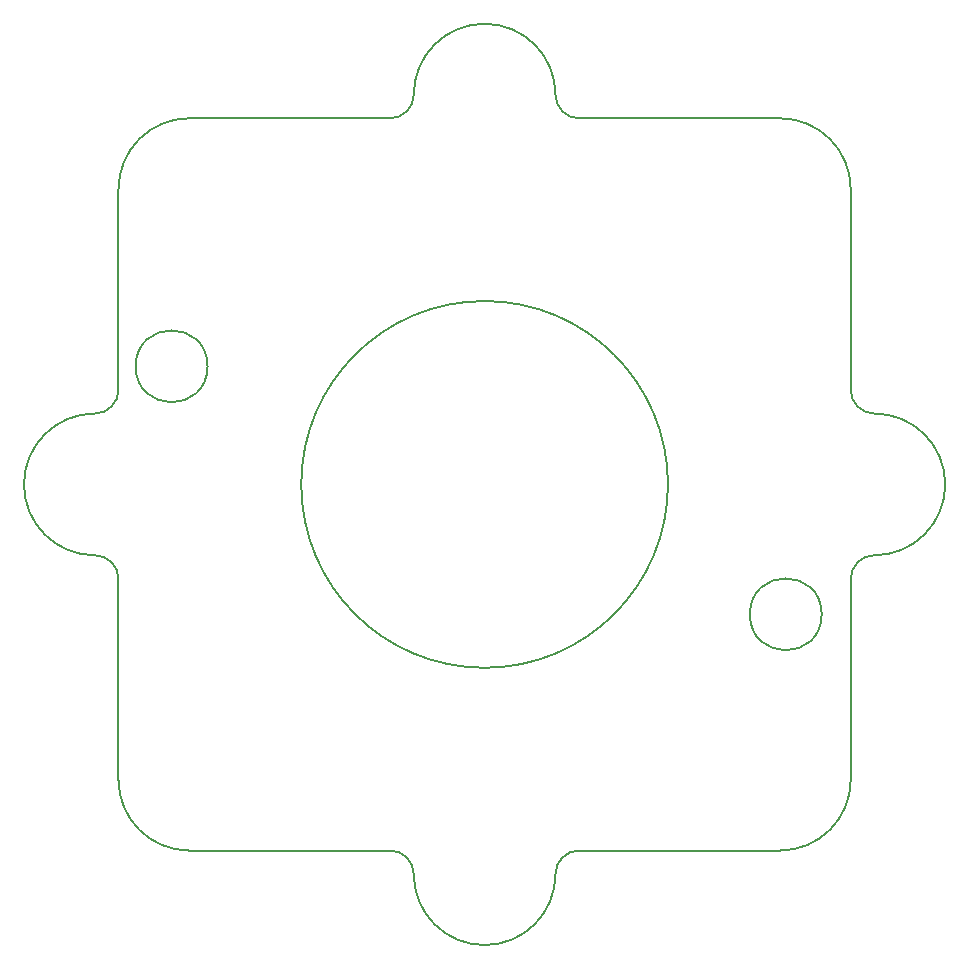
<source format=gbr>
G04 #@! TF.GenerationSoftware,KiCad,Pcbnew,(5.0.0)*
G04 #@! TF.CreationDate,2020-03-30T15:35:39-04:00*
G04 #@! TF.ProjectId,10W White LED,313057205768697465204C45442E6B69,rev?*
G04 #@! TF.SameCoordinates,Original*
G04 #@! TF.FileFunction,Profile,NP*
%FSLAX46Y46*%
G04 Gerber Fmt 4.6, Leading zero omitted, Abs format (unit mm)*
G04 Created by KiCad (PCBNEW (5.0.0)) date 03/30/20 15:35:39*
%MOMM*%
%LPD*%
G01*
G04 APERTURE LIST*
%ADD10C,0.150000*%
%ADD11C,0.200000*%
G04 APERTURE END LIST*
D10*
X178541381Y-111000000D02*
G75*
G03X178541381Y-111000000I-3041381J0D01*
G01*
X126541381Y-90000000D02*
G75*
G03X126541381Y-90000000I-3041381J0D01*
G01*
D11*
X165524175Y-100000000D02*
G75*
G03X165524175Y-100000000I-15524175J0D01*
G01*
D10*
X181000000Y-108000000D02*
X181000000Y-125000000D01*
X158000000Y-131000000D02*
X175000000Y-131000000D01*
X181000000Y-125000000D02*
G75*
G02X175000000Y-131000000I-6000000J0D01*
G01*
X181000000Y-108000000D02*
G75*
G02X183000000Y-106000000I2000000J0D01*
G01*
X183000000Y-94000000D02*
G75*
G02X181000000Y-92000000I0J2000000D01*
G01*
X183000000Y-94000000D02*
G75*
G02X189000000Y-100000000I0J-6000000D01*
G01*
X189000000Y-100000000D02*
G75*
G02X183000000Y-106000000I-6000000J0D01*
G01*
X158000000Y-69000000D02*
X175000000Y-69000000D01*
X181000000Y-92000000D02*
X181000000Y-75000000D01*
X175000000Y-69000000D02*
G75*
G02X181000000Y-75000000I0J-6000000D01*
G01*
X158000000Y-69000000D02*
G75*
G02X156000000Y-67000000I0J2000000D01*
G01*
X144000000Y-67000000D02*
G75*
G02X142000000Y-69000000I-2000000J0D01*
G01*
X144000000Y-67000000D02*
G75*
G02X150000000Y-61000000I6000000J0D01*
G01*
X150000000Y-61000000D02*
G75*
G02X156000000Y-67000000I0J-6000000D01*
G01*
X119000000Y-92000000D02*
X119000000Y-75000000D01*
X142000000Y-69000000D02*
X125000000Y-69000000D01*
X119000000Y-75000000D02*
G75*
G02X125000000Y-69000000I6000000J0D01*
G01*
X119000000Y-92000000D02*
G75*
G02X117000000Y-94000000I-2000000J0D01*
G01*
X117000000Y-106000000D02*
G75*
G02X119000000Y-108000000I0J-2000000D01*
G01*
X117000000Y-106000000D02*
G75*
G02X111000000Y-100000000I0J6000000D01*
G01*
X111000000Y-100000000D02*
G75*
G02X117000000Y-94000000I6000000J0D01*
G01*
X119000000Y-108000000D02*
X119000000Y-125000000D01*
X125000000Y-131000000D02*
G75*
G02X119000000Y-125000000I0J6000000D01*
G01*
X156000000Y-133000000D02*
G75*
G02X158000000Y-131000000I2000000J0D01*
G01*
X156000000Y-133000000D02*
G75*
G02X150000000Y-139000000I-6000000J0D01*
G01*
X142000000Y-131000000D02*
G75*
G02X144000000Y-133000000I0J-2000000D01*
G01*
X150000000Y-139000000D02*
G75*
G02X144000000Y-133000000I0J6000000D01*
G01*
X142000000Y-131000000D02*
X125000000Y-131000000D01*
M02*

</source>
